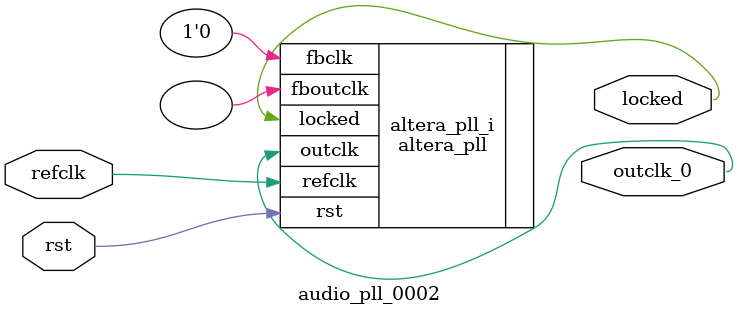
<source format=v>
`timescale 1ns/10ps
module  audio_pll_0002(

	// interface 'refclk'
	input wire refclk,

	// interface 'reset'
	input wire rst,

	// interface 'outclk0'
	output wire outclk_0,

	// interface 'locked'
	output wire locked
);

	altera_pll #(
		.fractional_vco_multiplier("false"),
		.reference_clock_frequency("50.0 MHz"),
		.operation_mode("direct"),
		.number_of_clocks(1),
		.output_clock_frequency0("135.625000 MHz"),
		.phase_shift0("0 ps"),
		.duty_cycle0(50),
		.output_clock_frequency1("0 MHz"),
		.phase_shift1("0 ps"),
		.duty_cycle1(50),
		.output_clock_frequency2("0 MHz"),
		.phase_shift2("0 ps"),
		.duty_cycle2(50),
		.output_clock_frequency3("0 MHz"),
		.phase_shift3("0 ps"),
		.duty_cycle3(50),
		.output_clock_frequency4("0 MHz"),
		.phase_shift4("0 ps"),
		.duty_cycle4(50),
		.output_clock_frequency5("0 MHz"),
		.phase_shift5("0 ps"),
		.duty_cycle5(50),
		.output_clock_frequency6("0 MHz"),
		.phase_shift6("0 ps"),
		.duty_cycle6(50),
		.output_clock_frequency7("0 MHz"),
		.phase_shift7("0 ps"),
		.duty_cycle7(50),
		.output_clock_frequency8("0 MHz"),
		.phase_shift8("0 ps"),
		.duty_cycle8(50),
		.output_clock_frequency9("0 MHz"),
		.phase_shift9("0 ps"),
		.duty_cycle9(50),
		.output_clock_frequency10("0 MHz"),
		.phase_shift10("0 ps"),
		.duty_cycle10(50),
		.output_clock_frequency11("0 MHz"),
		.phase_shift11("0 ps"),
		.duty_cycle11(50),
		.output_clock_frequency12("0 MHz"),
		.phase_shift12("0 ps"),
		.duty_cycle12(50),
		.output_clock_frequency13("0 MHz"),
		.phase_shift13("0 ps"),
		.duty_cycle13(50),
		.output_clock_frequency14("0 MHz"),
		.phase_shift14("0 ps"),
		.duty_cycle14(50),
		.output_clock_frequency15("0 MHz"),
		.phase_shift15("0 ps"),
		.duty_cycle15(50),
		.output_clock_frequency16("0 MHz"),
		.phase_shift16("0 ps"),
		.duty_cycle16(50),
		.output_clock_frequency17("0 MHz"),
		.phase_shift17("0 ps"),
		.duty_cycle17(50),
		.pll_type("General"),
		.pll_subtype("General")
	) altera_pll_i (
		.rst	(rst),
		.outclk	({outclk_0}),
		.locked	(locked),
		.fboutclk	( ),
		.fbclk	(1'b0),
		.refclk	(refclk)
	);
endmodule


</source>
